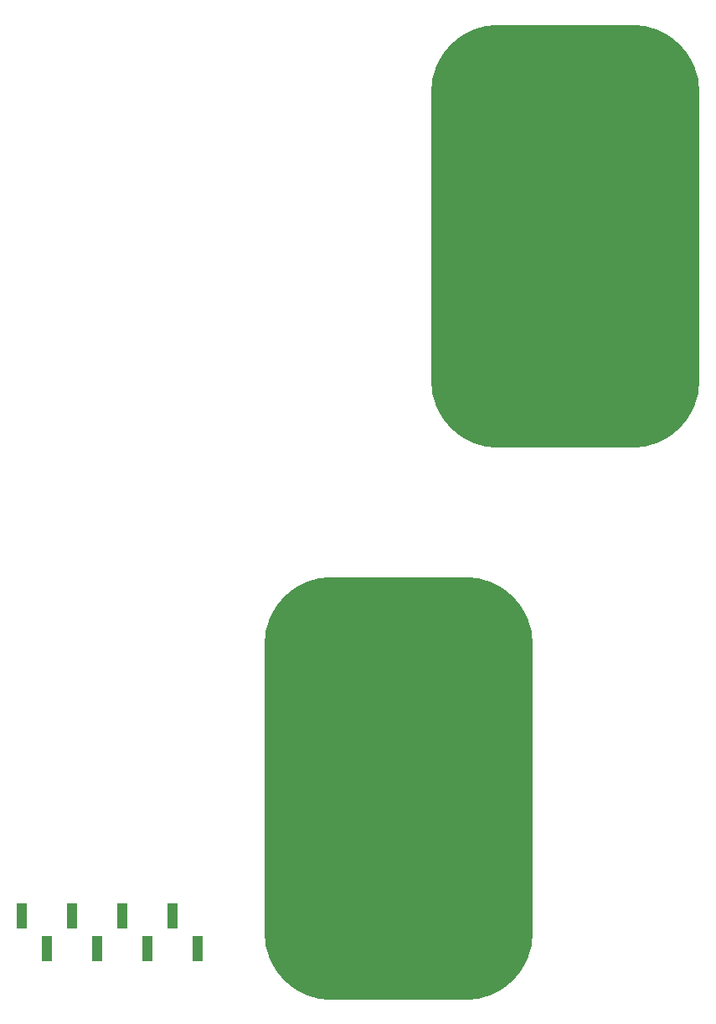
<source format=gbr>
%TF.GenerationSoftware,KiCad,Pcbnew,7.0.7*%
%TF.CreationDate,2024-01-08T08:14:38+08:00*%
%TF.ProjectId,IIDX_Cap_Controller,49494458-5f43-4617-905f-436f6e74726f,rev?*%
%TF.SameCoordinates,Original*%
%TF.FileFunction,Paste,Bot*%
%TF.FilePolarity,Positive*%
%FSLAX46Y46*%
G04 Gerber Fmt 4.6, Leading zero omitted, Abs format (unit mm)*
G04 Created by KiCad (PCBNEW 7.0.7) date 2024-01-08 08:14:38*
%MOMM*%
%LPD*%
G01*
G04 APERTURE LIST*
G04 Aperture macros list*
%AMRoundRect*
0 Rectangle with rounded corners*
0 $1 Rounding radius*
0 $2 $3 $4 $5 $6 $7 $8 $9 X,Y pos of 4 corners*
0 Add a 4 corners polygon primitive as box body*
4,1,4,$2,$3,$4,$5,$6,$7,$8,$9,$2,$3,0*
0 Add four circle primitives for the rounded corners*
1,1,$1+$1,$2,$3*
1,1,$1+$1,$4,$5*
1,1,$1+$1,$6,$7*
1,1,$1+$1,$8,$9*
0 Add four rect primitives between the rounded corners*
20,1,$1+$1,$2,$3,$4,$5,0*
20,1,$1+$1,$4,$5,$6,$7,0*
20,1,$1+$1,$6,$7,$8,$9,0*
20,1,$1+$1,$8,$9,$2,$3,0*%
G04 Aperture macros list end*
%ADD10RoundRect,6.782594X6.782593X14.585156X-6.782593X14.585156X-6.782593X-14.585156X6.782593X-14.585156X0*%
%ADD11R,1.000000X2.510000*%
G04 APERTURE END LIST*
D10*
%TO.C,J7*%
X171931753Y-109775786D03*
%TD*%
D11*
%TO.C,J12*%
X133827731Y-122713728D03*
X136367731Y-126023728D03*
X138907731Y-122713728D03*
X141447731Y-126023728D03*
X143987731Y-122713728D03*
X146527731Y-126023728D03*
X149067731Y-122713728D03*
X151607731Y-126023728D03*
%TD*%
D10*
%TO.C,J6*%
X188726723Y-53989715D03*
%TD*%
M02*

</source>
